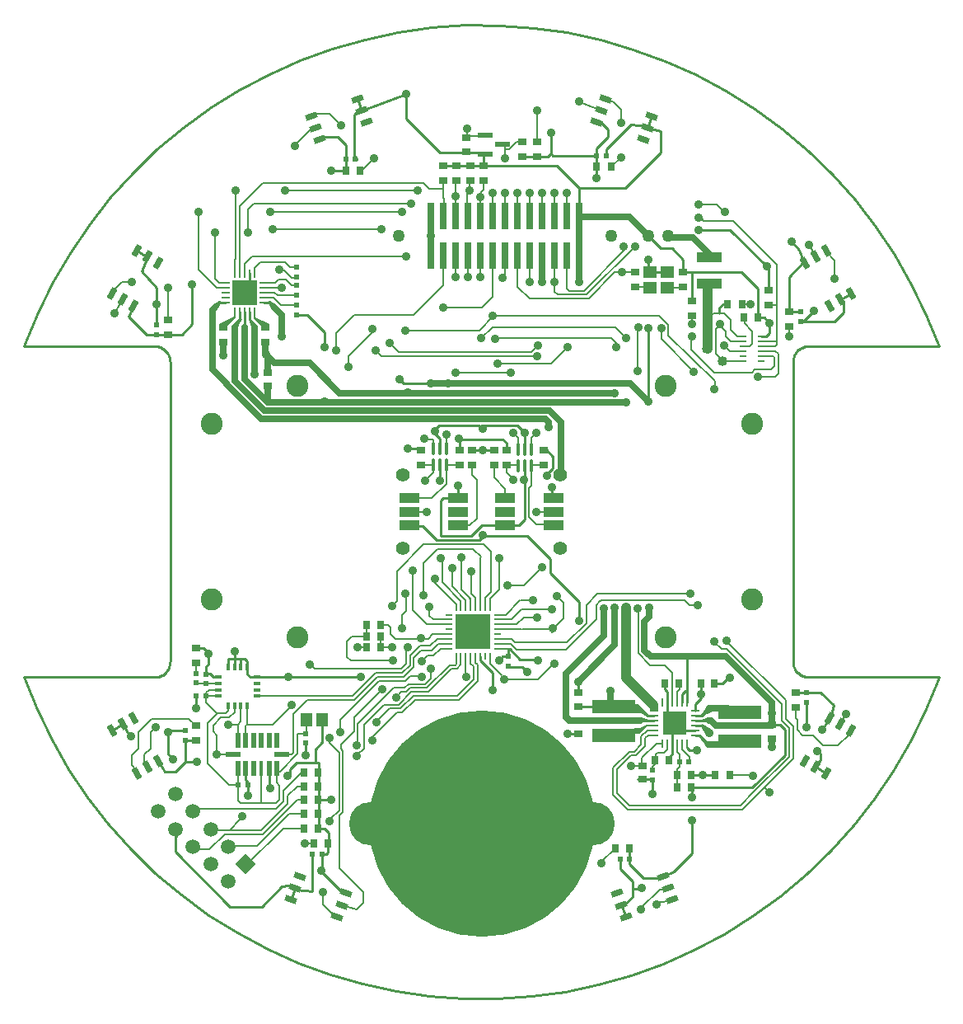
<source format=gtl>
%FSTAX23Y23*%
%MOIN*%
%SFA1B1*%

%IPPOS*%
%AMD19*
4,1,4,-0.001400,0.026400,-0.022100,0.014400,0.001400,-0.026400,0.022100,-0.014400,-0.001400,0.026400,0.0*
%
%AMD20*
4,1,4,-0.018000,0.019300,-0.026200,-0.003200,0.018000,-0.019300,0.026200,0.003200,-0.018000,0.019300,0.0*
%
%AMD21*
4,1,4,0.026200,-0.003200,0.018000,0.019300,-0.026200,0.003200,-0.018000,-0.019300,0.026200,-0.003200,0.0*
%
%AMD22*
4,1,4,0.022100,0.014400,0.001400,0.026400,-0.022100,-0.014400,-0.001400,-0.026400,0.022100,0.014400,0.0*
%
%AMD49*
4,1,4,0.000000,-0.041700,0.041700,0.000000,0.000000,0.041700,-0.041700,0.000000,0.000000,-0.041700,0.0*
%
%ADD10C,0.008000*%
%ADD11C,0.010000*%
%ADD12R,0.027600X0.035400*%
%ADD13R,0.035400X0.027600*%
%ADD14R,0.078700X0.039400*%
%ADD15R,0.031500X0.035400*%
%ADD16R,0.029100X0.110000*%
%ADD17R,0.011800X0.031500*%
%ADD18R,0.031500X0.011800*%
G04~CAMADD=19~9~0.0~0.0~240.0~470.0~0.0~0.0~0~0.0~0.0~0.0~0.0~0~0.0~0.0~0.0~0.0~0~0.0~0.0~0.0~30.0~442.0~527.0*
%ADD19D19*%
G04~CAMADD=20~9~0.0~0.0~240.0~470.0~0.0~0.0~0~0.0~0.0~0.0~0.0~0~0.0~0.0~0.0~0.0~0~0.0~0.0~0.0~70.0~524.0~385.0*
%ADD20D20*%
G04~CAMADD=21~9~0.0~0.0~240.0~470.0~0.0~0.0~0~0.0~0.0~0.0~0.0~0~0.0~0.0~0.0~0.0~0~0.0~0.0~0.0~290.0~524.0~385.0*
%ADD21D21*%
G04~CAMADD=22~9~0.0~0.0~240.0~470.0~0.0~0.0~0~0.0~0.0~0.0~0.0~0~0.0~0.0~0.0~0.0~0~0.0~0.0~0.0~330.0~442.0~527.0*
%ADD22D22*%
%ADD23R,0.019700X0.023600*%
%ADD24R,0.094500X0.094500*%
%ADD25O,0.037400X0.009800*%
%ADD26O,0.009800X0.037400*%
%ADD27R,0.023600X0.019700*%
%ADD28R,0.059100X0.019700*%
%ADD29R,0.019700X0.063000*%
%ADD30R,0.015700X0.063000*%
%ADD31R,0.047200X0.055100*%
%ADD32O,0.013800X0.059100*%
%ADD33R,0.098400X0.098400*%
%ADD34O,0.033500X0.009800*%
%ADD35O,0.009800X0.033500*%
%ADD36R,0.035400X0.031500*%
%ADD37R,0.141700X0.141700*%
%ADD38O,0.009800X0.031500*%
%ADD39O,0.031500X0.009800*%
%ADD40R,0.055100X0.047200*%
%ADD41R,0.173000X0.056500*%
%ADD42C,0.040000*%
%ADD43R,0.102400X0.043300*%
%ADD44R,0.059100X0.023600*%
%ADD45C,0.040000*%
%ADD46C,0.025000*%
%ADD47C,0.020000*%
%ADD48C,0.059100*%
G04~CAMADD=49~10~0.0~590.4~0.0~0.0~0.0~0.0~0~0.0~0.0~0.0~0.0~0~0.0~0.0~0.0~0.0~0~0.0~0.0~0.0~225.0~590.4~0.0*
%ADD49D49*%
%ADD50C,0.055100*%
%ADD51C,0.050000*%
%ADD52C,0.035000*%
%ADD53C,0.089000*%
%ADD54C,0.175000*%
%ADD55C,0.915000*%
%ADD56C,0.026000*%
%LNronemotorboard-v8-1*%
%LPD*%
G36*
X04925Y03144D02*
X04919D01*
X04884Y03156*
X04916Y03168*
X04925*
Y03144*
G37*
G36*
X04933Y03192D02*
X0489Y03171D01*
X04889Y0318*
X04913Y03215*
X04935Y03216*
X04933Y03192*
G37*
G36*
X04673Y03181D02*
X04668Y03172D01*
X04643Y03185*
X04618*
Y03221*
X04633*
X04673Y03181*
G37*
G36*
X04689Y03156D02*
X04644Y03144D01*
X04626*
Y03168*
X04643*
X04689Y03156*
G37*
G36*
X04918Y0307D02*
X0492Y0305D01*
X0491Y03049*
X04877Y03093*
X04883Y031*
X04918Y0307*
G37*
G36*
X04929Y03122D02*
X04931Y03098D01*
X04909Y03099*
X04885Y03134*
X04891Y03141*
X04929Y03122*
G37*
G36*
X0467Y03133D02*
X04639Y03103D01*
X04618Y03102*
Y03125*
X04642*
X04667Y0314*
X0467Y03133*
G37*
G36*
X03142Y04758D02*
X03114Y04755D01*
X03107Y04752*
X03078Y04782*
X03085Y04786*
X03142Y04758*
G37*
G36*
X02945Y04842D02*
X02934Y04821D01*
X02929Y04817*
X02912Y04835*
X02937Y04852*
X02945*
Y04842*
G37*
G36*
X0317Y04835D02*
X03153Y04817D01*
X03148Y04821*
X03137Y04842*
Y04852*
X03145*
X0317Y04835*
G37*
G36*
X03006Y04784D02*
X02972Y0475D01*
X02938Y04758*
X02999Y04788*
X03006Y04784*
G37*
G36*
X04716Y03195D02*
X04681D01*
Y03218*
X04716Y03219*
Y03195*
G37*
G36*
X03025Y04773D02*
X03013Y04746D01*
X02989*
Y04752*
X03016Y04778*
X03025Y04773*
G37*
G36*
X03093Y04753D02*
Y04747D01*
X03069*
X03057Y04774*
X03066Y04779*
X03093Y04753*
G37*
G54D10*
X03843Y05199D02*
D01*
X03843Y05199*
X03843Y05198*
X03843Y05198*
X03843Y05197*
X03843Y05197*
X03843Y05197*
X03843Y05196*
X03844Y05196*
X03844Y05195*
X03844Y05195*
X03844Y05195*
X03845Y05195*
X03843Y05199D02*
D01*
X03843Y05199*
X03843Y05198*
X03843Y05198*
X03843Y05197*
X03843Y05197*
X03843Y05197*
X03843Y05196*
X03844Y05196*
X03844Y05195*
X03844Y05195*
X03844Y05195*
X03845Y05195*
X03842Y05202D02*
D01*
X03842Y05201*
X03842Y052*
X03842Y052*
X03842Y05199*
X03842Y05198*
X03842Y05198*
X03843Y05197*
X03843Y05196*
X03843Y05196*
X03844Y05195*
X03844Y05195*
X03845Y05195*
X03843Y05199D02*
D01*
X03843Y05199*
X03843Y05198*
X03843Y05198*
X03843Y05197*
X03843Y05197*
X03843Y05197*
X03843Y05196*
X03844Y05196*
X03844Y05195*
X03844Y05195*
X03844Y05195*
X03845Y05195*
X03843Y05199D02*
D01*
X03843Y05199*
X03843Y05198*
X03843Y05198*
X03843Y05197*
X03843Y05197*
X03843Y05197*
X03843Y05196*
X03844Y05196*
X03844Y05195*
X03844Y05195*
X03844Y05195*
X03845Y05195*
X03942Y05198D02*
D01*
X03942Y05197*
X03942Y05197*
X03942Y05197*
X03942Y05197*
X03942Y05196*
X03942Y05196*
X03942Y05196*
X03942Y05196*
X03942Y05196*
X03942Y05196*
X03942Y05195*
X03942Y05195*
X03943Y05195*
X03943Y05195*
X03943Y05195*
X03943Y05195*
X03943Y05195*
X03944Y05195*
X03944Y05195*
X03944Y05195*
X03944Y05195*
X03944Y05195*
X03945Y05195*
X03943Y05197D02*
D01*
X03943Y05196*
X03943Y05196*
X03943Y05196*
X03943Y05196*
X03943Y05196*
X03943Y05196*
X03943Y05196*
X03943Y05195*
X03943Y05195*
X03943Y05195*
X03943Y05195*
X03943Y05195*
X03943Y05195*
X03943Y05195*
X03944Y05195*
X03944Y05195*
X03944Y05195*
X03944Y05195*
X03944Y05195*
X03944Y05195*
X03944Y05195*
X03944Y05195*
X03945Y05195*
X0489Y05184D02*
Y0519D01*
X04295Y04926D02*
Y04996D01*
X04282Y04599D02*
X04348Y04665D01*
X0429Y03515D02*
Y03528D01*
X04287Y03526D02*
X04289D01*
X03492Y03055D02*
X03499Y03062D01*
X02961Y02696D02*
X02973D01*
X02899Y02634D02*
X02961Y02696D01*
X03114D02*
X03253Y02835D01*
X0297Y02696D02*
X03114D01*
X03109Y02713D02*
X03214Y02817D01*
X02905Y02713D02*
X03109D01*
X02829Y02634D02*
X02899D01*
X03653Y0325D02*
X03675Y03272D01*
X03388Y02758D02*
X03397Y02749D01*
X04478Y03637D02*
X0448Y03639D01*
X04463Y03622D02*
X04478Y03637D01*
X04484Y03643*
X04463Y03565D02*
Y03622D01*
X05095Y04678D02*
Y0473D01*
X05064Y04761D02*
X05095Y0473D01*
X05064Y04761D02*
Y04779D01*
X05132Y04689D02*
X05195D01*
Y04675D02*
Y04689D01*
X05189Y04669D02*
X05195Y04675D01*
Y04689D02*
Y04835D01*
X05132Y04669D02*
X05189D01*
X04941Y04562D02*
X05093D01*
X04849Y04654D02*
X04941Y04562D01*
X0484Y04703D02*
X04849Y04694D01*
Y04654D02*
Y04694D01*
X04845Y04708D02*
X0485D01*
X0484Y04703D02*
X04845Y04708D01*
X04756Y04713D02*
Y04754D01*
X04719Y04792D02*
X04756Y04754D01*
X04049Y04792D02*
X04719D01*
X04943Y04504D02*
Y04527D01*
X04756Y04713D02*
X04943Y04527D01*
X04727Y04697D02*
X04858Y04566D01*
X04727Y04697D02*
Y04741D01*
X05093Y04562D02*
X05106Y04575D01*
X0517*
X05184Y04589*
Y04624*
X05177Y0463D02*
X05184Y04624D01*
X05132Y0463D02*
X05177D01*
X052Y04558D02*
Y0464D01*
X05188Y04546D02*
X052Y04558D01*
X05119Y04546D02*
X05188D01*
X05189Y0465D02*
X052Y0464D01*
X05132Y0465D02*
X05189D01*
X04525Y04701D02*
X04544Y04683D01*
X0485Y04745D02*
Y04792D01*
X04581Y04703D02*
X04584Y047D01*
X04054Y04701D02*
X04525D01*
X04043Y04746D02*
X0454D01*
X04582Y04704*
X03999Y04702D02*
X04043Y04746D01*
X0399Y04733D02*
X04049Y04792D01*
X03692Y04733D02*
X0399D01*
X04201Y04646D02*
X04227Y04672D01*
X03664Y04646D02*
X04201D01*
X03628Y04682D02*
X03664Y04646D01*
X04108Y03703D02*
X04172D01*
X04244Y03775*
X0458Y04702D02*
X04581Y04703D01*
X04129Y04128D02*
Y04132D01*
X04101Y0416D02*
X04129Y04132D01*
X04101Y0416D02*
Y04188D01*
X042Y04105D02*
Y04186D01*
X03789Y0358D02*
Y03613D01*
X0341Y04721D02*
X03485Y04796D01*
X0341Y04664D02*
Y04721D01*
Y04664D02*
X0342Y04654D01*
X03498Y03451D02*
X03533D01*
X03476Y03496D02*
X03532D01*
X03456Y03476D02*
X03476Y03496D01*
X03456Y03413D02*
Y03476D01*
X03472Y03397D02*
X0364D01*
X03456Y03413D02*
X03472Y03397D01*
X0375Y03486D02*
X03752Y03488D01*
X0365Y03486D02*
X0375D01*
X03632Y03504D02*
X0365Y03486D01*
X03752Y03486D02*
X03753D01*
X03595Y03279D02*
X03597D01*
X0359Y03281D02*
X03596Y03287D01*
X03632Y03504D02*
Y03531D01*
X03622Y03541D02*
X03632Y03531D01*
X03592Y03541D02*
X03622D01*
X03678Y03583D02*
X03693Y03598D01*
X03678Y03529D02*
Y03583D01*
X04643Y02398D02*
X04645D01*
X03584Y03316D02*
X03692D01*
X03577Y03332D02*
X03686D01*
X03571Y03348D02*
X03679D01*
X0371Y03334D02*
X03758D01*
X03692Y03316D02*
X0371Y03334D01*
X03726Y0341D02*
X03754Y03439D01*
X03726Y03371D02*
Y0341D01*
X03686Y03332D02*
X03726Y03371D01*
X0371Y03417D02*
X0375Y03457D01*
X0371Y03378D02*
Y03417D01*
X03679Y03348D02*
X0371Y03378D01*
X03694Y03385D02*
Y03451D01*
X03673Y03364D02*
X03694Y03385D01*
X03324Y03364D02*
X03673D01*
X03548Y03279D02*
X03584Y03316D01*
X03541Y03295D02*
X03577Y03332D01*
X03534Y03311D02*
X03571Y03348D01*
X03306Y03382D02*
X03324Y03364D01*
X03597Y03451D02*
X03639D01*
X03759Y03396D02*
X03782Y03419D01*
X03592Y03451D02*
Y03496D01*
X03533Y03498D02*
Y03541D01*
X03694Y03451D02*
X037D01*
X03754Y03439D02*
X03797D01*
X0375Y03457D02*
X03792D01*
X03782Y03419D02*
X03806D01*
X03833Y03446*
X03867*
X04947Y04737D02*
X04965Y04755D01*
X04947Y0464D02*
Y04737D01*
X05195Y04835D02*
X05195D01*
X0516D02*
X05195D01*
X03439Y02786D02*
Y03032D01*
X03425Y02772D02*
X03439Y02786D01*
X0343Y03041D02*
X03439Y03032D01*
X03385Y03064D02*
X03423Y03026D01*
Y02793D02*
Y03026D01*
X03388Y02758D02*
X03423Y02793D01*
X03425Y02558D02*
Y02772D01*
Y02558D02*
X03522Y02461D01*
X0343Y03041D02*
Y0306D01*
X03522Y0242D02*
Y02461D01*
X03525Y03043D02*
Y0314D01*
X03499Y03017D02*
X03525Y03043D01*
X03499Y03011D02*
Y03017D01*
X03666Y0322D02*
X03716Y03271D01*
X03672Y03204D02*
X03723Y03255D01*
X03646Y03288D02*
X03688D01*
X03772Y03303D02*
X03795Y03325D01*
X03703Y03303D02*
X03772D01*
X03688Y03288D02*
X03703Y03303D01*
X03779Y03287D02*
X03872Y0338D01*
X0371Y03287D02*
X03779D01*
X03695Y03272D02*
X0371Y03287D01*
X03675Y03272D02*
X03695D01*
X03786Y03271D02*
X03879Y03364D01*
X03716Y03271D02*
X03786D01*
X039Y03255D02*
X03968Y03322D01*
X03723Y03255D02*
X039D01*
X03907Y03239D02*
X03984Y03315D01*
X0373Y03239D02*
X03907D01*
X03679Y03188D02*
X0373Y03239D01*
X03499Y03141D02*
X03646Y03288D01*
X03984Y03315D02*
Y03381D01*
X03968Y03322D02*
Y03374D01*
X03975Y03389D02*
X03984Y03381D01*
X03956Y03385D02*
X03968Y03374D01*
X03795Y03325D02*
Y03365D01*
X03893Y0338D02*
X03897Y03384D01*
X03872Y0338D02*
X03893D01*
X03879Y03364D02*
X039D01*
X03758Y03334D02*
X03759Y03333D01*
X03574Y03151D02*
X03627Y03204D01*
X03525Y0314D02*
X03604Y0322D01*
X03627Y03204D02*
X03672D01*
X03604Y0322D02*
X03666D01*
X03558Y03087D02*
X03659Y03188D01*
X03679*
X03653Y0325D02*
X03653D01*
X03558Y03075D02*
Y03087D01*
X03483Y03167D02*
X03595Y03279D01*
X03483Y03113D02*
Y03167D01*
X03499Y03062D02*
Y03141D01*
X0343Y0306D02*
X03483Y03113D01*
X03427Y03159D02*
X03547Y03279D01*
X03548*
X03541Y03295D02*
X03541D01*
X03484Y03239D02*
X03541Y03295D01*
X03534Y03311D02*
X03534D01*
X03477Y03255D02*
X03534Y03311D01*
X03596Y03287D02*
X03598Y03285D01*
X03092Y03255D02*
X03477D01*
X03294Y03239D02*
X03484D01*
X03427Y03117D02*
Y03159D01*
X03722Y03602D02*
Y03763D01*
Y03602D02*
X03779Y03545D01*
X0422Y03948D02*
X04293D01*
X04191Y04095D02*
X042Y04104D01*
X04191Y03977D02*
Y04095D01*
Y03977D02*
X0422Y03948D01*
X04222Y04D02*
X04285D01*
X02898Y0328D02*
X02934D01*
X02885Y03267D02*
X02898Y0328D01*
X02885Y0326D02*
Y03267D01*
X03013Y02896D02*
Y02953D01*
X02978Y02896D02*
X03013D01*
X03779Y03544D02*
X03867D01*
X03821Y03485D02*
X03867D01*
X03792Y03457D02*
X0382Y03485D01*
X03238Y03183D02*
X03261Y03206D01*
X03657Y03637D02*
Y0376D01*
X03639Y03619D02*
X03657Y03637D01*
X03636Y03619D02*
X03639D01*
X03051Y0314D02*
X03155D01*
X03235Y0322*
X0489Y05184D02*
X04898Y05176D01*
X05003Y0465D02*
X05052D01*
X05441Y03054D02*
X05487Y031D01*
X05382Y03054D02*
X05441D01*
X0527Y0321D02*
X05278Y03202D01*
X03248Y04989D02*
X03252Y04985D01*
X03223Y04989D02*
X03248D01*
X03204Y05008D02*
X03223Y04989D01*
X03232Y04945D02*
X03251D01*
X03119Y04906D02*
X03191D01*
X04703Y03D02*
Y03017D01*
X04711Y03025*
X04738*
X04751Y03038*
Y03063*
X047Y02995D02*
X04701D01*
X05064Y04779D02*
X05068Y04783D01*
X03998Y05291D02*
X04008Y05301D01*
Y0534*
X03091Y0265D02*
X03221Y0278D01*
X02987Y0265D02*
X03091D01*
X02985Y02648D02*
X02987Y0265D01*
X03427Y03117D02*
X03434Y0311D01*
X03198Y02828D02*
Y02872D01*
X03182Y02834D02*
Y02893D01*
X03168Y02821D02*
X03182Y02834D01*
X03025Y02821D02*
X03168D01*
X03168Y02798D02*
X03198Y02828D01*
X02851Y02798D02*
X03168D01*
X04095Y0543D02*
Y05484D01*
X03841Y03714D02*
X03916Y03638D01*
X03461Y0463D02*
X03567Y04736D01*
X03841Y03714D02*
Y03816D01*
X03916Y03613D02*
Y03638D01*
X03936Y0361D02*
Y03642D01*
X0388Y03698D02*
X03936Y03642D01*
X0388Y03698D02*
Y03768D01*
X04142Y05494D02*
X04155D01*
X04112Y05464D02*
X04142Y05494D01*
X04097Y05464D02*
X04112D01*
X0412Y03485D02*
X04135Y03471D01*
X04073Y03466D02*
X04119D01*
X04142Y03443*
X04065Y03485D02*
X0412D01*
X04228Y03321D02*
X04294Y03387D01*
X04105Y03321D02*
X04228D01*
X04099Y03315D02*
X04105Y03321D01*
X04034Y03385D02*
X04082Y03338D01*
X04034Y03385D02*
Y03416D01*
X0472Y02473D02*
X04742D01*
X04645Y02398D02*
X0472Y02473D01*
X04632Y0457D02*
Y04743D01*
X04063Y04599D02*
X04282D01*
X03593Y04629D02*
X04226D01*
X03895Y04562D02*
X04129D01*
X04711Y02418D02*
X0477Y02427D01*
X04643Y02393D02*
Y02398D01*
X0412Y03564D02*
X0416Y03604D01*
X04069Y03564D02*
X0412D01*
X03184Y0295D02*
X03255Y03021D01*
X0317Y0295D02*
X03184D01*
X03255Y03021D02*
Y03102D01*
X032Y03019D02*
X0323D01*
X03238Y03026*
Y03183*
X04163Y03525D02*
X04286D01*
X04064Y03524D02*
X04161D01*
X04285Y03513D02*
X04287Y03515D01*
X04331Y03569D02*
Y03632D01*
X0429Y03528D02*
X04331Y03569D01*
X04067Y03446D02*
X04107D01*
X02831Y02778D02*
X02851Y02798D01*
X03022Y02755D02*
Y02774D01*
X0298Y02713D02*
X03022Y02755D01*
Y02774D02*
X03034D01*
X03015Y02831D02*
X03025Y02821D01*
X03042Y02565D02*
X03197Y0272D01*
X0328*
X03221Y0278D02*
X0328D01*
X03253Y02835D02*
X0328D01*
X03214Y02817D02*
Y02851D01*
X03253Y0289*
X0328*
X05009Y04689D02*
X05057D01*
X04993Y0461D02*
X05057D01*
X039Y03364D02*
X03916Y03381D01*
X04038Y03674D02*
Y03837D01*
X04008Y03867D02*
X04038Y03837D01*
X03657Y0376D02*
X03764Y03867D01*
X03046Y03065D02*
Y03135D01*
X03763Y03661D02*
Y03791D01*
X03821Y03849*
X03965*
X03997Y03817*
X03764Y03867D02*
X04008D01*
X03013Y03074D02*
Y0314D01*
X03809Y03715D02*
X03897Y03626D01*
Y03613D02*
Y03626D01*
X04069Y03813D02*
X04072Y0381D01*
Y03685D02*
Y0381D01*
X04034Y03647D02*
X04072Y03685D01*
X04082Y04948D02*
X04096Y04962D01*
X05474Y03182D02*
X05475Y03183D01*
X05451Y03141D02*
X05474Y03182D01*
X04304Y03659D02*
X04331Y03632D01*
X04157Y03642D02*
X04208D01*
X04097Y03583D02*
X04155Y03641D01*
X04064Y03583D02*
X04097D01*
X04161Y03604D02*
X04286D01*
X03975Y03389D02*
Y03416D01*
X03956Y03385D02*
Y03416D01*
X03936Y03322D02*
X03936Y03416D01*
X03916Y03381D02*
Y03416D01*
X03897Y03384D02*
Y03416D01*
X0417Y03573D02*
X04226D01*
X04141Y03544D02*
X0417Y03573D01*
X04064Y03544D02*
X04141D01*
X04034Y03613D02*
Y03647D01*
X04015Y03651D02*
X04038Y03674D01*
X04015Y03613D02*
Y03651D01*
X03995Y03602D02*
Y03815D01*
X03976Y03613D02*
Y03651D01*
X03959Y03668D02*
X03976Y03651D01*
X03952Y03651D02*
X03956Y03647D01*
Y03613D02*
Y03647D01*
X03976Y03613D02*
Y03611D01*
X03918Y03686D02*
Y03813D01*
Y03685D02*
X03952Y03651D01*
X03956Y0361D02*
Y03613D01*
X03015Y02831D02*
Y0289D01*
X02935Y03019D02*
X02984D01*
X03196Y03015D02*
X032Y03019D01*
X02885Y0323D02*
X02931Y03183D01*
X02583Y02974D02*
X02604Y02953D01*
X02816Y03163D02*
X02845Y03134D01*
X02636Y02989D02*
X0265Y02975D01*
X02636Y02989D02*
Y03017D01*
X0266Y03041*
X04398Y05655D02*
X04484Y05622D01*
X03156Y05143D02*
X03594D01*
X03571Y04651D02*
X03593Y04629D01*
X0534Y03096D02*
X05382Y03054D01*
X04632Y04743D02*
X04633Y04744D01*
X04741Y03379D02*
X04771Y03349D01*
X04681Y03379D02*
X04741D01*
X04531Y02856D02*
X04591Y02796D01*
X04547Y02862D02*
X04597Y02812D01*
X03115Y05328D02*
X03763D01*
X03022Y05235D02*
X03115Y05328D01*
X03022Y04963D02*
Y05235D01*
X02937Y04925D02*
X02964D01*
X0292Y04943D02*
X02937Y04925D01*
X0292Y04943D02*
Y05128D01*
X02855Y04978D02*
X02927Y04905D01*
X02964*
X03951Y05298D02*
Y05341D01*
X04671Y03116D02*
X04698D01*
X04638Y03106D02*
X04668Y03136D01*
X04529Y03106D02*
X04638D01*
X04668Y03136D02*
X04693D01*
X04674Y03096D02*
X04698D01*
X04539Y04967D02*
X04621D01*
X04433Y04861D02*
X04539Y04967D01*
X04083Y04945D02*
X04084Y04946D01*
X04096Y04962D02*
Y0502D01*
X04347Y04665D02*
X04348D01*
X04095Y05195D02*
Y05289D01*
X03461Y04584D02*
Y0463D01*
X03003Y05022D02*
Y05218D01*
Y05297*
X03072Y05033D02*
X03693D01*
X03145Y05211D02*
X03678D01*
X03205Y05298D02*
X03741D01*
X03787Y05304D02*
X03843D01*
X03763Y05328D02*
X03787Y05304D01*
X03042Y05003D02*
X03072Y05033D01*
X03042Y04963D02*
Y05003D01*
X04145Y05195D02*
Y05289D01*
X03995Y04948D02*
Y05035D01*
X03945Y04948D02*
Y05035D01*
X03895Y04947D02*
Y05035D01*
X03845Y04916D02*
Y05035D01*
X03725Y04796D02*
X03845Y04916D01*
X04228Y04325D02*
Y04328D01*
X042Y04297D02*
X04228Y04325D01*
X042Y04253D02*
Y04297D01*
X04149Y04253D02*
Y04298D01*
X042Y0419D02*
X0425D01*
X041D02*
X04148D01*
X0396Y04149D02*
X0398Y04129D01*
X0396Y04149D02*
Y0419D01*
X04095Y04054D02*
Y04092D01*
X0405Y04137D02*
X04095Y04092D01*
X0405Y04137D02*
Y0419D01*
X04001Y04825D02*
X04045Y04869D01*
X03846Y04825D02*
X04001D01*
X04045Y04869D02*
Y05035D01*
X03002Y04785D02*
Y04808D01*
X02965Y04748D02*
X03002Y04785D01*
X02965Y04745D02*
Y04748D01*
X03081Y04783D02*
X03118Y04746D01*
X03081Y04783D02*
Y04808D01*
X03002Y04963D02*
Y05022D01*
X03995Y05273D02*
X04005D01*
X0395Y05299D02*
X03951Y05298D01*
X03895Y05195D02*
Y05276D01*
Y05339*
X03843Y0527D02*
Y05304D01*
Y05335*
X0384Y05338D02*
X03843Y05335D01*
Y0527D02*
X03847Y05266D01*
X03942Y05198D02*
Y05289D01*
X04245Y05195D02*
Y05289D01*
X04295Y05288D02*
Y05296D01*
Y05195D02*
Y05296D01*
X04195Y05195D02*
Y0529D01*
X04045Y05195D02*
Y05289D01*
X03789Y0358D02*
X03805Y03564D01*
X03859*
X03493Y02391D02*
X03522Y0242D01*
X03434Y0241D02*
X03493Y02391D01*
X0317Y02905D02*
X03182Y02893D01*
X03847Y05243D02*
Y05266D01*
X03995Y05195D02*
Y05263D01*
X02511Y04896D02*
X02545Y0493D01*
X02583*
X03245Y05481D02*
X03318Y05554D01*
X03245Y05481D02*
Y05484D01*
Y05479D02*
Y05481D01*
X03323Y05607D02*
X03386D01*
X03432Y05561*
X04503Y05668D02*
X04534Y05655D01*
X04563Y05626*
Y05573D02*
Y05626D01*
X05397Y05047D02*
X05428Y05016D01*
Y04942D02*
Y05016D01*
X05487Y031D02*
Y03109D01*
X03401Y02367D02*
X03417D01*
X03357Y02411D02*
X03401Y02367D01*
X03357Y02411D02*
Y02462D01*
X04486Y02578D02*
Y02585D01*
X0454Y0264*
X04524Y05395D02*
X04563Y05433D01*
X03426Y05567D02*
X03432Y05561D01*
X03514Y0538D02*
X03564Y05429D01*
X0273Y04774D02*
X02731Y04906D01*
X02726Y04778D02*
X0273Y04774D01*
X048Y03306D02*
X04802Y03308D01*
X048Y03282D02*
Y03306D01*
X0479Y03272D02*
X048Y03282D01*
X0479Y03265D02*
Y03272D01*
X04521Y03097D02*
X04529Y03106D01*
X0479Y03228D02*
Y03265D01*
X04771Y03228D02*
Y03349D01*
X03285Y0266D02*
D01*
X0332*
X03325*
X03165Y04925D02*
X03177Y04938D01*
X03209D02*
X0323Y04916D01*
X03177Y04938D02*
X03209D01*
X03119Y04925D02*
X03165D01*
X03182Y04977D02*
X03201Y04976D01*
X0308Y04964D02*
Y04985D01*
X03103Y05008*
X03204*
X0323Y04916D02*
X03251D01*
X03201Y04976D02*
X03232Y04945D01*
X03248Y04874D02*
X03251Y04876D01*
X03251Y04945D02*
X03253Y04946D01*
X0376Y0419D02*
X03805D01*
X03755Y04195D02*
X0376Y0419D01*
X03805Y0416D02*
Y0419D01*
X03865Y0419D02*
X0391D01*
X03865Y0419D02*
X03865Y0419D01*
X0377Y04125D02*
X03805Y0416D01*
X03119Y04866D02*
X03158D01*
X03189Y04835*
X03251*
X03173Y04874D02*
X03248D01*
X03161Y04886D02*
X03173Y04874D01*
X03119Y04886D02*
X03161D01*
X03051Y0314D02*
Y03214D01*
X03046Y03135D02*
X03051Y0314D01*
X02846Y03305D02*
X02934D01*
X02846Y03346D02*
Y03389D01*
X0289Y03254D02*
X02934D01*
X02885Y0323D02*
Y03255D01*
X0317Y02905D02*
Y0295D01*
X03108Y02823D02*
Y02953D01*
X03289Y03103D02*
X0329Y03104D01*
Y03155*
X03255Y03102D02*
X03256Y03103D01*
X03289*
X03231Y03218D02*
X03235Y0322D01*
X02974Y03194D02*
Y03214D01*
X03Y0319D02*
Y03214D01*
X0401Y05518D02*
X04013Y05521D01*
X0394Y05518D02*
X0401D01*
X0394Y05512D02*
Y05549D01*
X04225Y05494D02*
Y05623D01*
X04791Y02937D02*
X04792Y02938D01*
X0479Y02941D02*
Y02958D01*
X04791Y02871D02*
Y02937D01*
X0479Y03063D02*
X04791Y03063D01*
X0481Y03037D02*
Y03063D01*
Y03037D02*
X0484Y03008D01*
Y02995D02*
Y03008D01*
X0479Y02958D02*
X048Y02968D01*
X04791Y03049D02*
Y03063D01*
X048Y02968D02*
Y03019D01*
X04791Y03027D02*
Y03056D01*
Y03027D02*
X048Y03019D01*
X0469Y02954D02*
Y02967D01*
X047Y02977*
Y02994*
X04095Y05484D02*
Y05486D01*
X04084Y05484D02*
X04095D01*
X02855Y04978D02*
Y05208D01*
X03053Y05127D02*
Y05221D01*
X03078Y05246*
X03715*
X04345Y05195D02*
Y05288D01*
X04145Y04909D02*
Y05035D01*
Y04909D02*
X04193Y04861D01*
X04433*
X04195Y04938D02*
Y05035D01*
X03952Y03651D02*
X03952Y0365D01*
X02515Y04802D02*
X02549Y04858D01*
X04621Y04908D02*
X04671D01*
X04751Y04906D02*
X04811D01*
X04296Y04888D02*
Y04928D01*
Y04888D02*
X04307Y04877D01*
X04424*
X0462Y05073D02*
X04621D01*
X04424Y04877D02*
X0462Y05073D01*
X04345Y04901D02*
Y05035D01*
Y04901D02*
X04353Y04893D01*
X04415*
X04576Y05054*
X05323Y05078D02*
X0535Y05036D01*
X05245Y0471D02*
Y0475D01*
X04129Y04318D02*
Y04319D01*
X04149Y04298*
X04221Y04321D02*
X04228Y04328D01*
X04221Y04318D02*
Y04321D01*
X03857Y04256D02*
Y04323D01*
X03806Y04256D02*
Y0429D01*
X03769Y04293D02*
X03803D01*
X03806Y0429*
X03906Y03945D02*
X03952D01*
X0398Y03973*
Y04129*
X0371Y04055D02*
X03799D01*
X03857Y04113*
Y04189*
X03708Y04D02*
X03779D01*
X03485Y04796D02*
X03725D01*
X04633Y03427D02*
X04681Y03379D01*
X04633Y03427D02*
Y03608D01*
X04606Y02973D02*
X04649D01*
Y03004*
X04708Y03063*
X04731*
X04618Y0303D02*
X04646Y03058D01*
Y03091*
X04671Y03116*
X04662Y03051D02*
Y03084D01*
X04674Y03096*
X04624Y03014D02*
X04662Y03051D01*
X0527Y03164D02*
Y0321D01*
Y03164D02*
X05277Y03157D01*
Y03117D02*
Y03157D01*
Y03117D02*
X05298Y03096D01*
X0534*
X04991Y03445D02*
X05214Y03222D01*
X0523Y03162D02*
X0526Y03132D01*
X05214Y03155D02*
X05244Y03125D01*
X05214Y03155D02*
Y03222D01*
X03261Y03206D02*
X03294Y03239D01*
X03091Y03254D02*
X03092Y03255D01*
X03783Y03486D02*
X03802Y03505D01*
X03866*
X03753Y03486D02*
X03758Y03482D01*
X03753Y03487D02*
X03753Y03486D01*
X03783*
X03693Y03598D02*
Y03669D01*
X03692Y0367D02*
X03693Y03669D01*
X0261Y03107D02*
X02666Y03163D01*
X02816*
X02583Y02974D02*
Y03016D01*
X0261Y03043*
Y03107*
X0266Y03041D02*
Y03108D01*
X02681Y03129*
X03823Y03465D02*
X03867D01*
X03797Y03439D02*
X03823Y03465D01*
X05035Y04709D02*
X05053D01*
X04914Y04754D02*
Y0478D01*
X04937Y04803*
X05008Y04736D02*
X05035Y04709D01*
X05008Y04736D02*
Y04776D01*
X04981Y04803D02*
X05008Y04776D01*
X05057Y04669D02*
X05086D01*
X05095Y04678*
X04531Y02856D02*
Y02964D01*
X04597Y0303*
X04618*
X04547Y02862D02*
Y02957D01*
X04603Y03014*
X04624*
X05102Y02867D02*
X05244Y03009D01*
Y03125*
X0526Y03002D02*
Y03132D01*
X04597Y02812D02*
X05047D01*
X05102Y02867*
X04591Y02796D02*
X05053D01*
X05004Y02935D02*
X05097D01*
X05099Y02933*
X05144Y02885D02*
X05166Y02864D01*
X05053Y02796D02*
X0526Y03002D01*
X04943Y04504D02*
X0495Y04497D01*
X02892Y02982D02*
X02978Y02896D01*
X02892Y02982D02*
Y03144D01*
X03959Y03669D02*
Y0376D01*
X02929Y03034D02*
X02935Y03028D01*
X02929Y03034D02*
Y03096D01*
X02913Y03112D02*
X02929Y03096D01*
X02913Y03112D02*
Y03135D01*
X02978Y03168D02*
X03Y0319D01*
X02964Y03184D02*
X02974Y03194D01*
X02932Y03184D02*
X02964D01*
X02946Y03168D02*
X02978D01*
X02913Y03135D02*
X02946Y03168D01*
X02892Y03144D02*
X02932Y03184D01*
X02975Y03125D02*
X02989Y03139D01*
X03013*
X03025Y03151*
Y03214*
X03198Y02872D02*
X03273Y02947D01*
X03385Y03064D02*
Y03084D01*
Y03085*
X04972Y04745D02*
X04988Y04728D01*
Y0471D02*
X05009Y04689D01*
X04988Y0471D02*
Y04728D01*
X04981Y04672D02*
X05003Y0465D01*
X04975Y0461D02*
Y04612D01*
X04947Y0464D02*
X04975Y04612D01*
X05059Y0484D02*
X05087D01*
X04937Y04803D02*
X04962D01*
X04981*
X04423Y03547D02*
Y03622D01*
X04135Y03471D02*
X04346D01*
X04423Y03547*
Y03622D02*
X04468Y03667D01*
X04843*
X04858Y04565D02*
Y04566D01*
X04989Y0347D02*
X04997D01*
X0523Y03237*
Y03162D02*
Y03237D01*
X04939Y03476D02*
X0497Y03445D01*
X04991*
X04869Y03622D02*
X04875D01*
X04868Y03621D02*
X04869Y03622D01*
X04484Y03643D02*
X0482D01*
X04842Y03621*
X04868*
X04142Y03443D02*
X04341D01*
X04463Y03565*
X04982Y05211D02*
X04983D01*
X0495Y05243D02*
X04982Y05211D01*
X04887Y05243D02*
X0495D01*
X04898Y05176D02*
X05019D01*
X05195Y05*
Y04835D02*
Y05D01*
G54D11*
X02149Y03331D02*
D01*
X022Y03203*
X0226Y03079*
X02328Y0296*
X02405Y02846*
X02489Y02738*
X02581Y02635*
X02679Y0254*
X02784Y02451*
X02895Y0237*
X03012Y02297*
X03133Y02232*
X03258Y02176*
X03387Y02129*
X03519Y02091*
X03653Y02062*
X03789Y02043*
X03926Y02033*
X04064Y02032*
X04201Y02042*
X04337Y0206*
X04471Y02089*
X04603Y02126*
X04733Y02173*
X04858Y02229*
X0498Y02293*
X05096Y02365*
X05208Y02446*
X05313Y02534*
X05412Y02629*
X05504Y02731*
X05589Y02839*
X05666Y02953*
X05735Y03072*
X05796Y03195*
X05847Y03322*
X05851Y03331*
Y04669D02*
D01*
X05799Y04796*
X05739Y0492*
X05671Y05039*
X05594Y05153*
X0551Y05261*
X05418Y05364*
X0532Y05459*
X05215Y05548*
X05104Y05629*
X04987Y05702*
X04866Y05767*
X04741Y05823*
X04612Y0587*
X0448Y05908*
X04346Y05937*
X0421Y05956*
X04073Y05966*
X03935Y05967*
X03798Y05957*
X03662Y05939*
X03528Y0591*
X03396Y05873*
X03266Y05826*
X03141Y0577*
X03019Y05706*
X02903Y05634*
X02791Y05553*
X02686Y05465*
X02587Y0537*
X02495Y05268*
X0241Y0516*
X02333Y05046*
X02264Y04927*
X02203Y04804*
X02152Y04677*
X02149Y04669*
X05323D02*
D01*
X05318Y04668*
X05314Y04668*
X05309Y04667*
X05305Y04666*
X05301Y04665*
X05297Y04663*
X05293Y04661*
X05289Y04659*
X05285Y04656*
X05282Y04654*
X05279Y04651*
X05276Y04648*
X05273Y04644*
X0527Y04641*
X05268Y04637*
X05266Y04633*
X05264Y04629*
X05263Y04625*
X05261Y04621*
X0526Y04616*
X0526Y04612*
X0526Y04608*
X0526Y04606*
Y03394D02*
D01*
X0526Y03389*
X0526Y03385*
X05261Y0338*
X05262Y03376*
X05263Y03372*
X05265Y03368*
X05267Y03364*
X05269Y0336*
X05272Y03356*
X05274Y03353*
X05277Y0335*
X0528Y03347*
X05284Y03344*
X05287Y03341*
X05291Y03339*
X05295Y03337*
X05299Y03335*
X05303Y03334*
X05307Y03332*
X05312Y03331*
X05316Y03331*
X0532Y03331*
X05323Y03331*
X0274Y04606D02*
D01*
X02739Y0461*
X02739Y04614*
X02738Y04619*
X02737Y04623*
X02736Y04627*
X02734Y04631*
X02732Y04635*
X0273Y04639*
X02727Y04643*
X02725Y04646*
X02722Y04649*
X02719Y04652*
X02715Y04655*
X02712Y04658*
X02708Y0466*
X02704Y04662*
X027Y04664*
X02696Y04665*
X02692Y04667*
X02687Y04668*
X02683Y04668*
X02679Y04668*
X02677Y04669*
Y03331D02*
D01*
X02681Y03331*
X02685Y03331*
X0269Y03332*
X02694Y03333*
X02698Y03334*
X02702Y03336*
X02706Y03338*
X0271Y0334*
X02714Y03343*
X02717Y03345*
X0272Y03348*
X02723Y03351*
X02726Y03355*
X02729Y03358*
X02731Y03362*
X02733Y03366*
X02735Y0337*
X02736Y03374*
X02738Y03378*
X02739Y03383*
X02739Y03387*
X02739Y03391*
X0274Y03394*
X02761Y02685D02*
X02767Y02691D01*
X02761Y02624D02*
Y02685D01*
Y02624D02*
X02982Y02403D01*
X05118Y04785D02*
Y04901D01*
X04816Y04967D02*
X05051D01*
X0485Y04849D02*
Y04967D01*
X04676Y05017D02*
Y05018D01*
Y04977D02*
Y05017D01*
X05378Y0312D02*
X05407Y03166D01*
X05378Y0312D02*
X05378Y0312D01*
X03804Y04324D02*
X03829Y04349D01*
X0273Y04716D02*
X02775D01*
X04175Y04253D02*
Y04317D01*
X0396Y04249D02*
X04048D01*
X04181Y03356D02*
X04187D01*
X0381Y04311D02*
X03815D01*
X03708Y03943D02*
X0376D01*
X03992Y03885D02*
X04009Y03902D01*
X04003D02*
X04009D01*
X0516Y04894D02*
Y04984D01*
X03342Y02835D02*
X03392D01*
X0338Y0266D02*
Y02703D01*
X03379Y02623D02*
Y0266D01*
X03341Y02727D02*
Y02835D01*
X03363Y0272D02*
X0338Y02703D01*
X03339Y0272D02*
X03363D01*
X03251Y02473D02*
X03316Y02466D01*
X03315Y02467D02*
X03316Y02467D01*
X03315Y02467D02*
Y02615D01*
X03354Y02553D02*
Y02615D01*
X03371*
X03354D02*
X03354D01*
X03351Y0255D02*
X03354Y02553D01*
X03371Y02615D02*
X03379Y02623D01*
X03351Y02546D02*
Y02548D01*
Y02546D02*
X03403Y02493D01*
X03341Y02835D02*
Y02984D01*
X03214Y02933D02*
X03223Y02942D01*
X04676Y05017D02*
X0468D01*
X04675D02*
X04676D01*
X03354Y03118D02*
X03355Y03119D01*
X03354Y03071D02*
Y03118D01*
X03327Y0304D02*
X03356Y03069D01*
X03486Y05606D02*
X03502Y05622D01*
X03486Y05438D02*
Y05606D01*
Y05438D02*
X03496Y05428D01*
X04248Y04247D02*
X04265D01*
X04165Y0413D02*
X04175Y0414D01*
X04165Y0413D02*
X04173Y04122D01*
X04265Y04247D02*
X04289Y04223D01*
Y04176D02*
Y04223D01*
X04262Y04149D02*
X04289Y04176D01*
X04173Y03967D02*
Y04122D01*
X0415Y03944D02*
X04173Y03967D01*
X04108Y03445D02*
X04113D01*
X04155Y03403*
X02885Y03425D02*
Y03438D01*
X02896Y03384D02*
Y03423D01*
X02883Y03371D02*
X02896Y03384D01*
X02883Y03343D02*
Y03371D01*
Y03423D02*
X02885Y03425D01*
X02883Y03345D02*
X029D01*
X02874Y03448D02*
X02885Y03438D01*
X02843Y03448D02*
X02874D01*
X04676Y05018D02*
X0468Y05017D01*
X03341Y02727D02*
X03342Y02726D01*
X03042Y04749D02*
Y04808D01*
X05163Y04722D02*
Y04754D01*
X0515Y04709D02*
X05163Y04722D01*
X05132Y04709D02*
X0515D01*
X05031Y03058D02*
X05051Y03077D01*
X0488Y03096D02*
X04919Y03058D01*
X04045Y03278D02*
Y03349D01*
X03995Y03398D02*
X04045Y03349D01*
X03995Y03398D02*
Y03416D01*
X03063Y03331D02*
X03089D01*
X03051Y03342D02*
X03063Y03331D01*
X03064Y03332*
X0305Y0337D02*
Y03395D01*
X03051Y03342D02*
Y03371D01*
X0546Y0485D02*
X05463Y04847D01*
Y04805D02*
Y04847D01*
X05428Y0477D02*
X05463Y04805D01*
X05244Y0495D02*
X05302Y05008D01*
X05244Y04809D02*
Y0495D01*
Y04809D02*
X0529D01*
X04318Y0544D02*
D01*
X04288D02*
X04318D01*
X0428Y05448D02*
X04288Y0544D01*
X03217Y02489D02*
X03243Y02483D01*
X03191Y02484D02*
X03217Y02489D01*
X0311Y02403D02*
X03191Y02484D01*
X02982Y02403D02*
X0311D01*
X02845Y03214D02*
Y03256D01*
X03055Y02853D02*
Y02905D01*
X03327Y02984D02*
X03341D01*
X03355Y03119D02*
Y03159D01*
X0273Y03021D02*
X02751Y03D01*
X0273Y03021D02*
Y03107D01*
X03139Y02885D02*
X03144Y02881D01*
X03145Y0288*
X03055Y0285D02*
Y02853D01*
X03Y03405D02*
X0304D01*
X02974D02*
X03D01*
Y03425*
Y03371D02*
Y03405D01*
X05051Y04967D02*
X05118Y04901D01*
X05303Y04771D02*
X05343Y04811D01*
X04009Y03902D02*
X04183D01*
X04003Y03904D02*
X04011D01*
X04009Y03902D02*
X04011Y03904D01*
X04183Y03902D02*
X04278Y03807D01*
Y03751D02*
Y03807D01*
Y03751D02*
X04394Y03635D01*
Y0356D02*
Y03635D01*
X03339Y0272D02*
X03341Y02718D01*
X028Y02988D02*
X02848D01*
X0411Y03373D02*
X04164D01*
X04181Y03356*
X05286Y05057D02*
X053Y05016D01*
X05253Y05092D02*
X05286Y05057D01*
X05005Y05138D02*
X05153Y04992D01*
X04879Y05138D02*
X05005D01*
X03818Y03885D02*
X03992D01*
X0376Y03943D02*
X03818Y03885D01*
X03958Y03903D02*
X04Y03945D01*
X03836Y03903D02*
X03958D01*
X03836D02*
Y04045D01*
X02548Y03142D02*
X02549Y03143D01*
X02505Y03116D02*
X02548Y03142D01*
X02738Y03115D02*
X028D01*
X0273Y03107D02*
X02738Y03115D01*
X02576Y03096D02*
X02581Y03091D01*
X02549Y03141D02*
X02576Y03096D01*
X02761Y02949D02*
X028Y02988D01*
X02718Y02949D02*
X02761D01*
X028Y03076D02*
X02849D01*
X0285Y03075*
X02692Y02993D02*
X02718Y02949D01*
X05362Y03029D02*
X05363Y0303D01*
X05362Y03029D02*
X05362Y03029D01*
X0439Y03267D02*
Y03313D01*
X04823Y03274D02*
X0483D01*
Y03409*
X03293Y04796D02*
X03365Y04724D01*
Y04665D02*
Y04724D01*
X0439Y03101D02*
Y03101D01*
X04347Y03101D02*
X0439D01*
X04671Y03176D02*
X04698D01*
X04631Y03216D02*
X04671Y03176D01*
X03042Y04808D02*
Y04809D01*
X03062Y04776D02*
Y04808D01*
X03987Y05453D02*
X03996Y05444D01*
X0394Y05453D02*
X03987D01*
X03939Y05454D02*
X0394Y05453D01*
X03832D02*
X0394D01*
X03696Y05589D02*
X03832Y05453D01*
X03696Y05589D02*
Y0569D01*
X03953Y05399D02*
X04008D01*
X03898D02*
X03953D01*
X03843D02*
X03898D01*
X0257Y04789D02*
X02589Y04825D01*
X0257Y04789D02*
X02643Y04715D01*
X02643Y05023D02*
X02644Y05023D01*
X02606Y05055D02*
X02647Y0503D01*
X02624Y04973D02*
X02644Y05023D01*
X02624Y04973D02*
X02685Y04906D01*
X03359Y05515D02*
X03418D01*
X0345Y05482*
Y05425D02*
Y05482D01*
X03496Y05423D02*
Y05428D01*
X03502Y05622D02*
X03516D01*
X03526Y05626D02*
X03696Y0569D01*
X04672Y05553D02*
X04687Y05599D01*
X04466Y0544D02*
Y05468D01*
X04512Y05514*
Y05544*
X0448Y05575D02*
X04512Y05544D01*
X04466Y05575D02*
X0448D01*
X04466D02*
X04473Y05572D01*
X04472Y05574D02*
X04473Y05572D01*
X04475Y05571*
X04603Y05565D02*
X04663Y0556D01*
X04504Y05466D02*
X04603Y05565D01*
X04504Y05466D02*
X04504Y0544D01*
X05454Y04858D02*
X05493Y04881D01*
X0529Y0477D02*
X05428D01*
X05359Y03033D02*
X05362Y03029D01*
X05371Y03021*
X05358Y02983D02*
X05371Y02996D01*
Y03021*
X0527Y03269D02*
X05372D01*
X05414Y03177D02*
X05423Y03219D01*
X05372Y03269D02*
X05423Y03219D01*
X05351Y02968D02*
X05394Y02943D01*
X05315Y03129D02*
Y0323D01*
X04599Y02574D02*
Y0264D01*
X04655Y02519D02*
X04721D01*
X04599Y02574D02*
X04655Y02519D01*
X04566Y0241D02*
X0458Y02371D01*
X04581Y0237*
X0458Y02368D02*
X04581Y0237D01*
X0456Y02555D02*
X04611Y02505D01*
X04586Y02417D02*
X04611Y02442D01*
X04573Y02417D02*
X04586D01*
X0456Y02555D02*
Y02595D01*
X03403Y02493D02*
X03438Y02459D01*
X04887Y03261D02*
Y03315D01*
X04889Y02935D02*
X04895D01*
X04889D02*
D01*
X04849D02*
X04889D01*
X04863Y03195D02*
Y03221D01*
X05039Y03206D02*
X05051Y03194D01*
X0481Y03107D02*
Y03116D01*
X04771Y03063D02*
Y03136D01*
X04781Y03146*
X0481Y03116*
X04863*
Y03096D02*
X0488D01*
X04863Y03156D02*
X04921D01*
X04641D02*
X04698D01*
X04581Y03215D02*
X04611D01*
X04751Y03175D02*
Y03228D01*
Y03175D02*
X04781Y03146D01*
X0481Y03228D02*
Y03261D01*
X04823Y03274*
X0483Y03228D02*
Y03273D01*
X04611Y03216D02*
X04631D01*
X0484Y03036D02*
X04871D01*
X0483Y03046D02*
X0484Y03036D01*
X03119Y04846D02*
X0314D01*
X03062Y04906D02*
Y04964D01*
X02941Y04846D02*
X02963D01*
X0314D02*
X03161Y04826D01*
X03061Y04776D02*
X03081Y04756D01*
X03001Y04746D02*
Y04756D01*
X05323Y04669D02*
X05851D01*
X0526Y03394D02*
Y04606D01*
X05323Y03331D02*
X05851D01*
X02149Y04669D02*
X02677D01*
X0274Y03394D02*
Y04606D01*
X02149Y03331D02*
X02677D01*
X03832Y04127D02*
Y04189D01*
X03001Y04756D02*
X03023Y04778D01*
X03022D02*
Y04807D01*
X02974Y03371D02*
Y03405D01*
X0304D02*
X0305Y03395D01*
X03025Y03371D02*
Y03404D01*
X029Y03345D02*
X02913Y03331D01*
X02934*
X03045Y02914D02*
Y02953D01*
Y02914D02*
X03055Y02905D01*
X0314Y02886D02*
Y02954D01*
X02885Y03425D02*
X02895D01*
X03289Y03016D02*
Y03064D01*
X04223Y05434D02*
X04225Y05435D01*
X04268*
X04162Y05434D02*
X04223D01*
X04399Y03213D02*
X04535D01*
X04399Y03213D02*
X04399Y03213D01*
X04771Y03019D02*
Y03063D01*
X04759Y03007D02*
X04771Y03019D01*
X04751Y03228D02*
Y03272D01*
X04741Y03283D02*
X04751Y03272D01*
X04741Y03283D02*
Y03292D01*
X0463Y02918D02*
X0469D01*
Y02862D02*
Y02917D01*
X03684Y04518D02*
X03794D01*
X03667Y04535D02*
X03684Y04518D01*
X02643Y04715D02*
X0273D01*
X02685Y04754D02*
Y04836D01*
X02686Y04837*
X02829Y04757D02*
Y04918D01*
X02788Y04716D02*
X02829Y04757D01*
X02775Y04716D02*
X02788D01*
X02775D02*
X02776D01*
X02685Y04836D02*
Y04906D01*
X0339Y05379D02*
X03446D01*
X03452Y05371D02*
Y05426D01*
X03498Y05669D02*
X03516Y05623D01*
X04008Y05399D02*
Y05441D01*
X04465Y05399D02*
Y0544D01*
X04318D02*
X04465D01*
X04268Y05435D02*
X0428Y05447D01*
Y05448D02*
Y05532D01*
X04008Y05399D02*
D01*
X04107*
X04107*
X04304*
X04672Y05553D02*
X04723Y05539D01*
Y05451D02*
Y05539D01*
X04581Y05309D02*
X04723Y05451D01*
X04304Y05399D02*
X04394Y0531D01*
X04393Y05309D02*
X04394D01*
X04581*
X04394Y05235D02*
Y05309D01*
Y0531*
X04816Y04967D02*
Y0502D01*
X04771Y05065D02*
X04816Y0502D01*
X04724Y05065D02*
X04771D01*
X04675Y05114D02*
X04724Y05065D01*
X0475Y0497D02*
X04751Y04969D01*
X04681D02*
X04749D01*
X04676Y04444D02*
Y04742D01*
X04465Y05348D02*
Y05394D01*
X041Y04249D02*
Y04277D01*
X04085Y04292D02*
X041Y04277D01*
X0391Y0425D02*
Y0429D01*
X04008Y04349D02*
X04143D01*
X04175Y04318*
X03913Y04292D02*
X04085D01*
X04284Y0406D02*
Y04098D01*
X04175Y0414D02*
Y04186D01*
X04003Y04336D02*
X04008Y04341D01*
X03989Y04349D02*
X04003Y04336D01*
X03829Y04349D02*
X03989D01*
X0381Y04311D02*
Y04321D01*
X03815Y04311D02*
X03832Y04294D01*
Y04256D02*
Y04294D01*
X03836Y04045D02*
X03846Y04055D01*
X03905*
X03905*
X04Y03945D02*
X04096D01*
X04094Y03944D02*
X0415D01*
X03905Y04055D02*
Y04055D01*
X04736Y02526D02*
X04778Y02544D01*
X04851Y02617*
Y02753*
Y02846D02*
Y02883D01*
X04611Y02442D02*
Y02476D01*
Y02505*
Y02476D02*
X04647D01*
X04648Y02477*
X03231Y02434D02*
X03246Y02479D01*
X04942Y03315D02*
X04951Y03306D01*
X04975*
X05001Y03332*
X04884Y0325D02*
X04888Y03246D01*
X04863Y03221D02*
X04888Y03246D01*
X04863Y03136D02*
X0489D01*
X04921Y03106*
X0489Y03176D02*
X0492Y03205D01*
X04863Y03175D02*
X0489D01*
X05175Y03137D02*
X05207D01*
X05227Y03118*
X04084Y03414D02*
X04108D01*
X0407Y034D02*
X04084Y03414D01*
X037Y04254D02*
X03755D01*
X04108Y03414D02*
Y03444D01*
Y03445*
X04107D02*
X04108Y03444D01*
X04156Y03403D02*
X04229D01*
X03905Y04055D02*
Y04105D01*
X034Y03331D02*
X03504D01*
X034D02*
X03401D01*
X03091D02*
X03217D01*
X034*
X05118Y0478D02*
X05122Y04785D01*
X05143D02*
X05165Y04763D01*
X05117Y04785D02*
X05118D01*
X05122*
X05143*
X05163Y04754D02*
X05168Y04759D01*
X05289Y04771D02*
X05303D01*
X04847Y02884D02*
X05095D01*
X05227Y03016*
Y03118*
X04895Y02935D02*
X04945D01*
X03327Y02984D02*
Y0304D01*
X03223Y02957D02*
X0325Y02984D01*
X03327*
X03223Y02942D02*
Y02957D01*
X028Y02988D02*
Y03075D01*
X04977Y0484D02*
X05D01*
X04962Y04825D02*
X04977Y0484D01*
X03251Y04796D02*
X03293D01*
X04962Y04803D02*
Y04825D01*
G54D12*
X03533Y03451D03*
X03592D03*
X03533Y03496D03*
X03592D03*
X03533Y03541D03*
X03592D03*
X0328Y02835D03*
X03339D03*
X04465Y05395D03*
X04524D03*
X04599Y0264D03*
X0454D03*
X03379Y0266D03*
X0332D03*
X0345Y0538D03*
X03509D03*
X03339Y0272D03*
X0328D03*
X03339Y0278D03*
X0328D03*
X03339Y0289D03*
X0328D03*
X03339Y02945D03*
X0328D03*
X04849Y02935D03*
X0479D03*
Y02885D03*
X04849D03*
X05004Y02935D03*
X04945D03*
X047Y02995D03*
X04759D03*
X0474Y03305D03*
X04799D03*
X04995Y0484D03*
X05054D03*
G54D13*
X0485Y04851D03*
Y04792D03*
X0516Y04835D03*
Y04894D03*
X05245Y04809D03*
Y0475D03*
X0527Y03269D03*
Y0321D03*
X02845Y03075D03*
Y03134D03*
X0273Y04715D03*
Y04774D03*
X02843Y03389D03*
Y03448D03*
X0425Y0419D03*
Y04249D03*
X03755Y0419D03*
Y04249D03*
X0396D03*
Y0419D03*
X0391Y04249D03*
Y0419D03*
X04816Y04908D03*
Y04967D03*
X04621Y04908D03*
Y04967D03*
X03939Y05454D03*
Y05513D03*
X04225Y05494D03*
Y05435D03*
X04165D03*
Y05494D03*
X041Y0419D03*
Y04249D03*
X0405D03*
Y0419D03*
X02955Y04685D03*
Y04744D03*
X03125Y04685D03*
Y04744D03*
X03843Y05399D03*
Y0534D03*
X03898Y05399D03*
Y0534D03*
X03953Y05399D03*
Y0534D03*
X04008Y05399D03*
Y0534D03*
G54D14*
X04094Y03944D03*
X04291D03*
X04094Y04D03*
X04291D03*
Y04055D03*
X04094D03*
X03905D03*
X03708D03*
X03905Y04D03*
X03708D03*
Y03944D03*
X03905D03*
G54D15*
X05117Y04785D03*
X05062D03*
X04887Y03305D03*
X04942D03*
G54D16*
X03795Y05195D03*
X03845Y05035D03*
Y05195D03*
X03895D03*
Y05035D03*
X03945D03*
Y05195D03*
X03995D03*
Y05035D03*
X04045Y05195D03*
Y05035D03*
X04095D03*
Y05195D03*
X04145D03*
Y05035D03*
X04195D03*
Y05195D03*
X04395D03*
X04345D03*
X04295D03*
X04245D03*
Y05035D03*
X04295D03*
X04345D03*
X04395D03*
X03795D03*
G54D17*
X02974Y03214D03*
X03D03*
X03025D03*
X03051D03*
Y03371D03*
X03025D03*
X03D03*
X02974D03*
G54D18*
X03091Y03254D03*
Y0328D03*
Y03305D03*
Y03331D03*
X02934D03*
Y03305D03*
Y0328D03*
Y03254D03*
G54D19*
X05494Y04883D03*
X05451Y04858D03*
X05394Y05056D03*
X05351Y05031D03*
X05307Y05006D03*
X05407Y04833D03*
X02505Y03116D03*
X02549Y03141D03*
X02605Y02943D03*
X02649Y02968D03*
X02692Y02993D03*
X02592Y03166D03*
G54D20*
X04689Y056D03*
X04672Y05553D03*
X04501Y05669D03*
X04484Y05622D03*
X04466Y05575D03*
X04654Y05506D03*
X03228Y02432D03*
X03246Y02479D03*
X03416Y02363D03*
X03434Y0241D03*
X03451Y02457D03*
X03263Y02526D03*
G54D21*
X04583Y02363D03*
X04566Y0241D03*
X04771Y02432D03*
X04754Y02479D03*
X04736Y02526D03*
X04548Y02457D03*
X03498Y05669D03*
X03516Y05622D03*
X0331Y056D03*
X03328Y05553D03*
X03345Y05506D03*
X03533Y05575D03*
G54D22*
X05394Y02943D03*
X05351Y02968D03*
X05494Y03116D03*
X05451Y03141D03*
X05407Y03166D03*
X05307Y02993D03*
X02605Y05056D03*
X02649Y05031D03*
X02505Y04883D03*
X02549Y04858D03*
X02592Y04833D03*
X02692Y05006D03*
G54D23*
X03251Y04876D03*
Y04916D03*
X03251Y04796D03*
Y04835D03*
X0529Y0477D03*
Y04809D03*
X05315Y0323D03*
Y03269D03*
X028Y03114D03*
Y03075D03*
X02685Y04754D03*
Y04715D03*
X03289Y03064D03*
Y03103D03*
X02846Y03307D03*
Y03346D03*
X02883Y03304D03*
Y03343D03*
X04108Y03414D03*
Y03375D03*
X0325Y0495D03*
Y04989D03*
X0469Y02915D03*
Y02954D03*
G54D24*
X04781Y03146D03*
G54D25*
X04698Y03096D03*
Y03116D03*
Y03136D03*
Y03155D03*
Y03175D03*
Y03195D03*
X04863D03*
Y03175D03*
Y03155D03*
Y03136D03*
Y03116D03*
Y03096D03*
G54D26*
X04731Y03228D03*
X04751D03*
X04771D03*
X0479D03*
X0481D03*
X0483D03*
Y03063D03*
X0481D03*
X0479D03*
X04771D03*
X04751D03*
X04731D03*
G54D27*
X04504Y0544D03*
X04465D03*
X0456Y02595D03*
X04599D03*
X03315Y02615D03*
X03354D03*
X03489Y05425D03*
X0345D03*
X03054Y02895D03*
X03015D03*
X02845Y03255D03*
X02884D03*
X048Y0299D03*
X04839D03*
G54D28*
X02995Y03019D03*
X03191D03*
G54D29*
X03172Y03074D03*
X0314D03*
X03109D03*
X03077D03*
X03046D03*
X03014D03*
X03172Y02963D03*
X0314D03*
X03077D03*
X03046D03*
X03014D03*
G54D30*
X03109Y02963D03*
G54D31*
X03355Y03159D03*
X03292D03*
G54D32*
X042Y04253D03*
X04175D03*
X04149D03*
X042Y04186D03*
X04175D03*
X04149D03*
X03857Y04256D03*
X03832D03*
X03806D03*
X03857Y04189D03*
X03832D03*
X03806D03*
G54D33*
X03042Y04886D03*
G54D34*
X03119Y04925D03*
Y04905D03*
Y04886D03*
Y04866D03*
Y04846D03*
X02964D03*
Y04866D03*
Y04886D03*
Y04905D03*
Y04925D03*
G54D35*
X03081Y04808D03*
X03061D03*
X03042D03*
X03022D03*
X03002D03*
Y04963D03*
X03022D03*
X03042D03*
X03061D03*
X03081D03*
G54D36*
X03135Y04507D03*
Y04562D03*
X05175Y03137D03*
Y03082D03*
X0465Y02917D03*
Y02972D03*
X0439Y03156D03*
Y03101D03*
Y03212D03*
Y03267D03*
G54D37*
X03966Y03515D03*
G54D38*
X04034Y03416D03*
X04015D03*
X03995D03*
X03975D03*
X03956D03*
X03936D03*
X03916D03*
X03897D03*
Y03613D03*
X03916D03*
X03936D03*
X03956D03*
X03975D03*
X03995D03*
X04015D03*
X04034D03*
G54D39*
X03867Y03446D03*
Y03465D03*
Y03485D03*
Y03505D03*
Y03524D03*
Y03544D03*
Y03564D03*
Y03583D03*
X04064D03*
Y03564D03*
Y03544D03*
Y03524D03*
Y03505D03*
Y03485D03*
Y03465D03*
Y03446D03*
X05057Y04709D03*
Y04689D03*
Y04669D03*
Y0465D03*
Y0463D03*
Y0461D03*
X05132D03*
Y0463D03*
Y0465D03*
Y04669D03*
Y04689D03*
Y04709D03*
G54D40*
X04751Y04906D03*
Y04969D03*
X04681Y04906D03*
Y04969D03*
G54D41*
X05046Y03189D03*
Y03072D03*
X04535Y03213D03*
Y03096D03*
G54D42*
X04975Y0461D03*
X04911Y04658D03*
G54D43*
X0492Y05028D03*
Y04921D03*
G54D44*
X04013Y05521D03*
Y05446D03*
X04084Y05484D03*
G54D45*
X04913Y04658D02*
Y04906D01*
X04585Y03329D02*
Y03611D01*
Y03329D02*
X04696Y03218D01*
G54D46*
X05174Y03186D02*
Y03217D01*
Y03138D02*
Y03186D01*
X03794Y05053D02*
Y05154D01*
Y04518D02*
X04602D01*
X04273Y04408D02*
X0432Y04361D01*
Y04153D02*
Y04361D01*
X04919Y03058D02*
X05031D01*
X04341Y0317D02*
X04354Y03157D01*
X0439Y03313D02*
X04539Y03462D01*
X04341Y0317D02*
Y03346D01*
X04493Y03498*
X05174Y03186D02*
X05174D01*
X04493Y03498D02*
Y0361D01*
X04539Y03462D02*
Y03612D01*
X05174Y03138D02*
X05175Y03137D01*
Y03047D02*
D01*
Y03082D01*
X04948Y03136D02*
X05175D01*
X04355Y03156D02*
X04641D01*
X03135Y04442D02*
Y04507D01*
X03041Y04536D02*
X03135Y04442D01*
Y04562D02*
Y04625D01*
X03793Y04518D02*
X03794D01*
X04257Y04375D02*
X0427Y04362D01*
X03303Y04601D02*
X03424Y0448D01*
X02955Y04634D02*
Y04685D01*
X03161Y04601D02*
X03303D01*
X03125Y04637D02*
Y04685D01*
X03Y0453D02*
X03122Y04408D01*
X02967Y04516D02*
X03108Y04375D01*
X03041Y04536D02*
Y04746D01*
X03081Y04556D02*
Y04746D01*
X04395Y04929D02*
Y05035D01*
X04245Y04929D02*
Y05035D01*
X04771Y05109D02*
X04854D01*
X04935Y05028*
X0492Y03205D02*
X04994D01*
X04521Y03214D02*
Y03276D01*
X04928Y03156D02*
X04948Y03136D01*
X04921Y03156D02*
X04928D01*
X03Y04745D02*
X03001Y04746D01*
X0291Y04815D02*
X02918Y04823D01*
X03161Y04825D02*
Y04826D01*
Y04825D02*
X0319Y04796D01*
Y0471D02*
Y04796D01*
X03Y0453D02*
Y04745D01*
X0291Y04575D02*
Y04815D01*
Y04575D02*
X02967Y04518D01*
X04602D02*
X04676Y04444D01*
X04597Y05193D02*
X04675Y05115D01*
X04397Y05193D02*
X04597D01*
X04395Y05035D02*
Y05195D01*
X03366Y04441D02*
X04585D01*
X03122Y04408D02*
X04273D01*
X03108Y04375D02*
X04257D01*
X04658Y0344D02*
X04684Y03414D01*
X04658Y0344D02*
Y03556D01*
X04677Y03575*
Y03611*
X05174Y03218D02*
X05174Y03217D01*
X05174Y03218D02*
Y03227D01*
X04987Y03414D02*
X05174Y03227D01*
X04684Y03414D02*
X04987D01*
X03127Y04634D02*
X03161Y04601D01*
X03424Y0448D02*
X04539D01*
X03136Y04441D02*
X03365D01*
G54D47*
X0427Y04343D02*
X04271D01*
G54D48*
X02691Y02787D03*
X02762Y02857D03*
Y02716D03*
X02832Y02787D03*
Y02645D03*
X02903Y02716D03*
Y02575D03*
X02974Y02645D03*
Y02504D03*
G54D49*
X03045Y02575D03*
G54D50*
X04319Y04147D03*
Y03852D03*
X0368D03*
Y04147D03*
G54D51*
X03664Y05115D03*
X04526D03*
X04755D03*
X04675D03*
G54D52*
X0485Y04708D03*
X04859Y04566D03*
X04727Y04741D03*
X04633Y04744D03*
X04544Y04666D03*
X0485Y04758D03*
X04053Y047D03*
X04045Y04792D03*
X04105Y03702D03*
X03999Y04702D03*
X04129Y04128D03*
X04172Y04127D03*
X03789Y03614D03*
X0341Y04653D03*
X03498Y03451D03*
X03678Y03529D03*
X0364Y03397D03*
X03639Y03451D03*
X03759Y03396D03*
X037Y03451D03*
X04585Y04703D03*
X03392Y02835D03*
X03351Y02548D03*
X03495Y03012D03*
X03759Y03333D03*
X03795Y03365D03*
X03575Y03149D03*
X03654Y0325D03*
X03597Y03281D03*
X03511Y03331D03*
X04222Y04D03*
X03831Y04125D03*
X04675Y05017D03*
X03836Y03813D03*
X04227Y04672D03*
X04347Y04665D03*
X04226Y04629D03*
X04063Y04599D03*
X04118Y04563D03*
X04229Y03397D03*
X02751Y03D03*
X02845Y03205D03*
X05343Y04811D03*
X05164Y04763D03*
X04394Y0356D03*
X02848Y02988D03*
X04186Y03351D03*
X05253Y05092D03*
X05153Y04992D03*
X04879Y05138D03*
X04983Y05211D03*
X0303Y02767D03*
X03386Y0275D03*
X03558Y03075D03*
X0494Y04496D03*
X03557Y04738D03*
X04045Y03278D03*
X04091Y03323D03*
X03763Y03661D03*
X03722Y03763D03*
X04244Y03775D03*
X0381Y03729D03*
X04294Y03385D03*
X04304Y03659D03*
X04209Y03642D03*
X03937Y03333D03*
X04287Y03527D03*
X04226Y03573D03*
X04286Y03604D03*
X03881Y03771D03*
X03957Y03758D03*
X03495Y03056D03*
X0273Y03107D03*
X02581Y03091D03*
X03594Y05143D03*
X02515Y04802D03*
X03156Y05143D03*
X03628Y04682D03*
X03571Y04651D03*
X05379Y0312D03*
X05174Y03186D03*
X05315Y03129D03*
X04567Y04967D03*
X04632Y0457D03*
X04677Y03611D03*
X04632Y0361D03*
X04585Y03611D03*
X04539Y03612D03*
X04493Y0361D03*
X05175Y03047D03*
X04349Y03101D03*
X03365Y04665D03*
Y04446D03*
X05474Y03183D03*
X04083Y04945D03*
X03895Y04562D03*
X04095Y05289D03*
X04045D03*
X03053Y05127D03*
X03003Y05297D03*
X03205Y05298D03*
X03693Y05033D03*
X03678Y05211D03*
X03715Y05246D03*
X03741Y05298D03*
X03692Y04733D03*
X04145Y05289D03*
X04195Y0529D03*
X03995Y04948D03*
X03945D03*
X03895Y04947D03*
X03846Y04825D03*
X04271Y04343D03*
X03794Y04518D03*
X03127Y04634D03*
X02956Y04633D03*
X03081Y04556D03*
X04539Y0448D03*
X04585Y04441D03*
X03461Y04584D03*
X03995Y05273D03*
X0395Y05299D03*
X03895Y05276D03*
X03795Y05116D03*
X04296Y04928D03*
X04395Y04929D03*
X04245D03*
Y05289D03*
X04295Y05288D03*
X04071Y03813D03*
X04709Y02413D03*
X04643Y02393D03*
X03918Y03816D03*
X05359Y03033D03*
X0439Y03313D03*
X04895Y02935D03*
X04486Y02578D03*
X05428Y04942D03*
X04563Y05573D03*
Y05433D03*
X03432Y05561D03*
X03564Y05429D03*
X02583Y0493D03*
X02731Y04906D03*
X0469Y02859D03*
X04871Y03036D03*
X04921Y03106D03*
X04521Y03276D03*
X05003Y03328D03*
X03357Y02462D03*
X03285Y0266D03*
X0319Y0471D03*
X03182Y04977D03*
X03191Y04906D03*
X04804Y03169D03*
Y03122D03*
X04757Y03169D03*
Y03122D03*
X03018Y04862D03*
Y04909D03*
X03065Y04862D03*
Y04909D03*
X0377Y04125D03*
X03905Y04105D03*
X037Y04254D03*
X03144Y02881D03*
X03055Y02853D03*
X02895Y03425D03*
X03Y03434D03*
X03289Y03016D03*
X03231Y03218D03*
X0394Y05549D03*
X03696Y0569D03*
X04225Y05623D03*
X0428Y05532D03*
X04095Y0543D03*
X03245Y05479D03*
X04676Y04444D03*
X03701Y04481D03*
X03667Y04535D03*
X03145Y05211D03*
X02855D03*
X0292Y05128D03*
X04345Y05288D03*
X04395Y05659D03*
X02686Y04837D03*
X02829Y04918D03*
X0339Y05379D03*
X04676Y04742D03*
X04465Y05348D03*
X04621Y05073D03*
X04879Y05188D03*
X04576Y05072D03*
X04878Y05243D03*
X05323Y05078D03*
X05245Y04709D03*
X04176Y04317D03*
X04284Y04098D03*
X04221Y04318D03*
X04129D03*
X04264Y04145D03*
X04003Y04336D03*
Y04249D03*
X03768Y04294D03*
X03908D03*
X03859Y04311D03*
X0381Y04325D03*
X04003Y03904D03*
X03779Y04D03*
X04851Y02753D03*
Y02846D03*
X04648Y02477D03*
X03865Y04518D03*
X04195Y04928D03*
X03427Y03107D03*
X04606Y02973D03*
X04888Y03262D03*
X0407Y034D03*
X03638Y03618D03*
X03753Y03487D03*
X03692Y0367D03*
X02681Y03129D03*
X03306Y03382D03*
X03217Y03331D03*
X05119Y04546D03*
X04966Y04757D03*
X05099Y02933D03*
X05166Y02864D03*
X02929Y0302D03*
X02973Y03139D03*
X03385Y03084D03*
X03215Y02932D03*
X04981Y04672D03*
X05087Y0484D03*
X0499Y03478D03*
X0494Y03476D03*
X04843Y03667D03*
X04875Y03622D03*
G54D53*
X05093Y03646D03*
Y04354D03*
X02907D03*
Y03646D03*
X03255Y04508D03*
X04745D03*
X02907Y04354D03*
X05093D03*
X02907Y03646D03*
X03255Y03492D03*
X04745D03*
X05093Y03646D03*
G54D54*
X0445Y0274D03*
X0355D03*
G54D55*
X04Y0274D03*
G54D56*
X03918Y03562D03*
X03966D03*
X04013D03*
X03918Y03515D03*
X03966D03*
X04013D03*
X03918Y03467D03*
X03966D03*
X04013D03*
M02*
</source>
